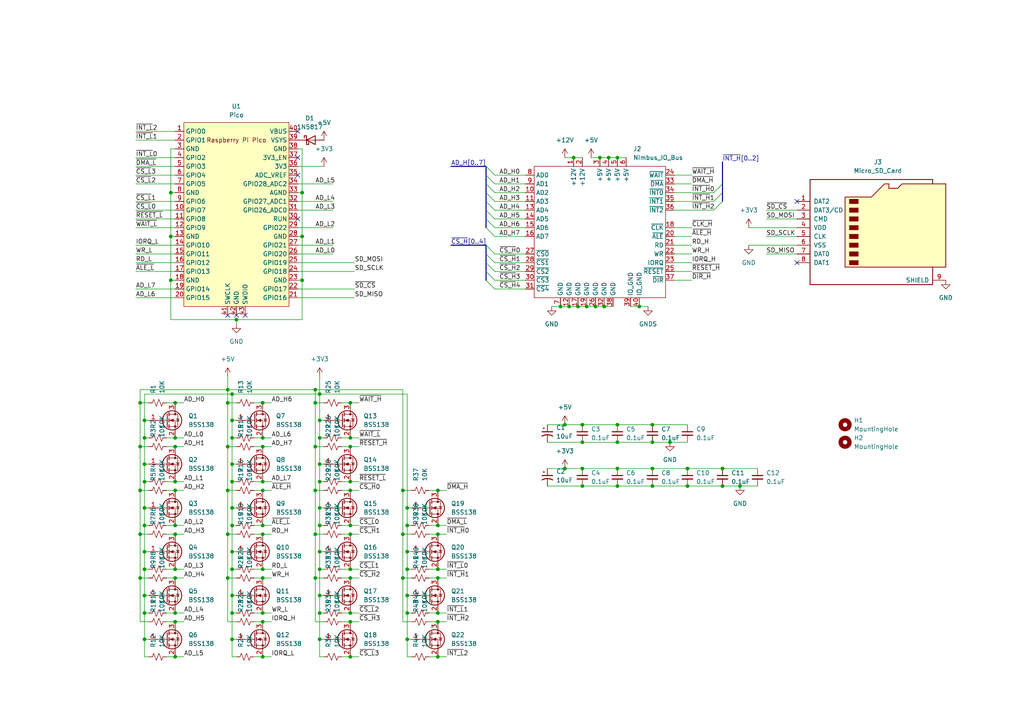
<source format=kicad_sch>
(kicad_sch (version 20211123) (generator eeschema)
  (paper "A4")
  (junction (at 50.8 129.54))
  (junction (at 66.04 154.94))
  (junction (at 92.71 165.1))
  (junction (at 118.11 147.32))
  (junction (at 67.31 177.8))
  (junction (at 172.72 88.9))
  (junction (at 41.91 127))
  (junction (at 101.6 177.8))
  (junction (at 67.31 152.4))
  (junction (at 87.63 81.28))
  (junction (at 92.71 127))
  (junction (at 214.63 140.97))
  (junction (at 185.42 88.9))
  (junction (at 118.11 165.1))
  (junction (at 127 167.64))
  (junction (at 116.84 154.94))
  (junction (at 92.71 121.92))
  (junction (at 50.8 180.34))
  (junction (at 101.6 127))
  (junction (at 127 177.8))
  (junction (at 92.71 160.02))
  (junction (at 41.91 172.72))
  (junction (at 76.2 139.7))
  (junction (at 168.91 123.19))
  (junction (at 41.91 160.02))
  (junction (at 165.1 88.9))
  (junction (at 92.71 185.42))
  (junction (at 101.6 165.1))
  (junction (at 189.23 128.27))
  (junction (at 189.23 135.89))
  (junction (at 166.37 45.72))
  (junction (at 40.64 129.54))
  (junction (at 179.07 128.27))
  (junction (at 66.04 116.84))
  (junction (at 92.71 139.7))
  (junction (at 66.04 142.24))
  (junction (at 118.11 152.4))
  (junction (at 67.31 127))
  (junction (at 170.18 88.9))
  (junction (at 179.07 140.97))
  (junction (at 91.44 154.94))
  (junction (at 116.84 167.64))
  (junction (at 49.53 68.58))
  (junction (at 66.04 129.54))
  (junction (at 67.31 172.72))
  (junction (at 118.11 172.72))
  (junction (at 199.39 140.97))
  (junction (at 179.07 135.89))
  (junction (at 173.99 45.72))
  (junction (at 67.31 114.3))
  (junction (at 76.2 180.34))
  (junction (at 50.8 190.5))
  (junction (at 76.2 127))
  (junction (at 163.83 123.19))
  (junction (at 76.2 165.1))
  (junction (at 91.44 167.64))
  (junction (at 67.31 165.1))
  (junction (at 163.83 135.89))
  (junction (at 76.2 116.84))
  (junction (at 101.6 129.54))
  (junction (at 76.2 177.8))
  (junction (at 176.53 45.72))
  (junction (at 168.91 128.27))
  (junction (at 92.71 114.3))
  (junction (at 76.2 129.54))
  (junction (at 67.31 134.62))
  (junction (at 199.39 135.89))
  (junction (at 41.91 139.7))
  (junction (at 127 152.4))
  (junction (at 40.64 154.94))
  (junction (at 49.53 81.28))
  (junction (at 168.91 135.89))
  (junction (at 127 180.34))
  (junction (at 67.31 185.42))
  (junction (at 127 190.5))
  (junction (at 101.6 190.5))
  (junction (at 101.6 154.94))
  (junction (at 40.64 142.24))
  (junction (at 40.64 167.64))
  (junction (at 76.2 152.4))
  (junction (at 50.8 116.84))
  (junction (at 92.71 147.32))
  (junction (at 41.91 185.42))
  (junction (at 91.44 142.24))
  (junction (at 91.44 116.84))
  (junction (at 179.07 45.72))
  (junction (at 127 142.24))
  (junction (at 101.6 142.24))
  (junction (at 127 154.94))
  (junction (at 76.2 190.5))
  (junction (at 116.84 142.24))
  (junction (at 92.71 134.62))
  (junction (at 91.44 129.54))
  (junction (at 87.63 55.88))
  (junction (at 189.23 140.97))
  (junction (at 118.11 185.42))
  (junction (at 41.91 177.8))
  (junction (at 50.8 154.94))
  (junction (at 91.44 113.03))
  (junction (at 92.71 177.8))
  (junction (at 127 165.1))
  (junction (at 101.6 116.84))
  (junction (at 92.71 172.72))
  (junction (at 189.23 123.19))
  (junction (at 76.2 154.94))
  (junction (at 50.8 152.4))
  (junction (at 50.8 167.64))
  (junction (at 41.91 152.4))
  (junction (at 50.8 139.7))
  (junction (at 168.91 140.97))
  (junction (at 49.53 55.88))
  (junction (at 41.91 134.62))
  (junction (at 194.31 128.27))
  (junction (at 68.58 92.71))
  (junction (at 67.31 139.7))
  (junction (at 50.8 177.8))
  (junction (at 118.11 160.02))
  (junction (at 50.8 142.24))
  (junction (at 66.04 167.64))
  (junction (at 101.6 152.4))
  (junction (at 41.91 147.32))
  (junction (at 179.07 123.19))
  (junction (at 209.55 135.89))
  (junction (at 67.31 121.92))
  (junction (at 167.64 88.9))
  (junction (at 76.2 142.24))
  (junction (at 67.31 147.32))
  (junction (at 92.71 152.4))
  (junction (at 76.2 167.64))
  (junction (at 118.11 177.8))
  (junction (at 41.91 121.92))
  (junction (at 101.6 180.34))
  (junction (at 101.6 139.7))
  (junction (at 40.64 116.84))
  (junction (at 50.8 165.1))
  (junction (at 41.91 165.1))
  (junction (at 175.26 88.9))
  (junction (at 67.31 160.02))
  (junction (at 87.63 68.58))
  (junction (at 66.04 113.03))
  (junction (at 50.8 127))
  (junction (at 162.56 88.9))
  (junction (at 101.6 167.64))
  (junction (at 209.55 140.97))
  (no_connect (at 66.04 91.44))
  (no_connect (at 68.58 91.44))
  (no_connect (at 71.12 91.44))
  (no_connect (at 86.36 63.5))
  (no_connect (at 86.36 38.1))
  (no_connect (at 86.36 45.72))
  (no_connect (at 86.36 50.8))
  (no_connect (at 231.14 76.2))
  (no_connect (at 231.14 58.42))
  (bus_entry (at 209.55 58.42) (size -2.54 2.54))
  (bus_entry (at 140.97 76.2) (size 2.54 2.54))
  (bus_entry (at 140.97 53.34) (size 2.54 2.54))
  (bus_entry (at 140.97 50.8) (size 2.54 2.54))
  (bus_entry (at 140.97 81.28) (size 2.54 2.54))
  (bus_entry (at 140.97 63.5) (size 2.54 2.54))
  (bus_entry (at 140.97 71.12) (size 2.54 2.54))
  (bus_entry (at 140.97 78.74) (size 2.54 2.54))
  (bus_entry (at 209.55 55.88) (size -2.54 2.54))
  (bus_entry (at 140.97 73.66) (size 2.54 2.54))
  (bus_entry (at 140.97 58.42) (size 2.54 2.54))
  (bus_entry (at 140.97 66.04) (size 2.54 2.54))
  (bus_entry (at 140.97 55.88) (size 2.54 2.54))
  (bus_entry (at 209.55 53.34) (size -2.54 2.54))
  (bus_entry (at 140.97 48.26) (size 2.54 2.54))
  (bus_entry (at 140.97 60.96) (size 2.54 2.54))
  (wire (pts (xy 168.91 123.19) (xy 179.07 123.19)))
  (wire (pts (xy 41.91 172.72) (xy 43.18 172.72)))
  (wire (pts (xy 41.91 147.32) (xy 43.18 147.32)))
  (wire (pts (xy 116.84 142.24) (xy 119.38 142.24)))
  (bus (pts (xy 140.97 55.88) (xy 140.97 58.42)))
  (wire (pts (xy 40.64 180.34) (xy 40.64 167.64)))
  (wire (pts (xy 116.84 113.03) (xy 116.84 142.24)))
  (wire (pts (xy 49.53 81.28) (xy 50.8 81.28)))
  (wire (pts (xy 40.64 116.84) (xy 43.18 116.84)))
  (wire (pts (xy 50.8 165.1) (xy 53.34 165.1)))
  (bus (pts (xy 140.97 48.26) (xy 140.97 50.8)))
  (wire (pts (xy 195.58 68.58) (xy 200.66 68.58)))
  (wire (pts (xy 49.53 81.28) (xy 49.53 92.71)))
  (wire (pts (xy 92.71 165.1) (xy 93.98 165.1)))
  (wire (pts (xy 214.63 140.97) (xy 219.71 140.97)))
  (wire (pts (xy 92.71 172.72) (xy 92.71 165.1)))
  (wire (pts (xy 195.58 58.42) (xy 207.01 58.42)))
  (wire (pts (xy 143.51 50.8) (xy 152.4 50.8)))
  (wire (pts (xy 41.91 127) (xy 43.18 127)))
  (wire (pts (xy 67.31 127) (xy 68.58 127)))
  (wire (pts (xy 127 142.24) (xy 129.54 142.24)))
  (wire (pts (xy 158.75 140.97) (xy 168.91 140.97)))
  (wire (pts (xy 86.36 73.66) (xy 96.52 73.66)))
  (wire (pts (xy 91.44 142.24) (xy 93.98 142.24)))
  (wire (pts (xy 92.71 160.02) (xy 92.71 152.4)))
  (wire (pts (xy 40.64 154.94) (xy 40.64 142.24)))
  (wire (pts (xy 158.75 135.89) (xy 163.83 135.89)))
  (wire (pts (xy 118.11 177.8) (xy 119.38 177.8)))
  (wire (pts (xy 41.91 134.62) (xy 43.18 134.62)))
  (wire (pts (xy 143.51 76.2) (xy 152.4 76.2)))
  (wire (pts (xy 39.37 76.2) (xy 50.8 76.2)))
  (wire (pts (xy 86.36 48.26) (xy 93.98 48.26)))
  (wire (pts (xy 101.6 139.7) (xy 104.14 139.7)))
  (wire (pts (xy 143.51 68.58) (xy 152.4 68.58)))
  (wire (pts (xy 50.8 139.7) (xy 53.34 139.7)))
  (wire (pts (xy 91.44 167.64) (xy 91.44 154.94)))
  (wire (pts (xy 116.84 180.34) (xy 119.38 180.34)))
  (wire (pts (xy 127 177.8) (xy 129.54 177.8)))
  (wire (pts (xy 92.71 185.42) (xy 93.98 185.42)))
  (wire (pts (xy 118.11 160.02) (xy 118.11 165.1)))
  (bus (pts (xy 140.97 53.34) (xy 140.97 55.88)))
  (wire (pts (xy 99.06 177.8) (xy 101.6 177.8)))
  (wire (pts (xy 67.31 134.62) (xy 67.31 127)))
  (wire (pts (xy 189.23 123.19) (xy 199.39 123.19)))
  (wire (pts (xy 86.36 53.34) (xy 96.52 53.34)))
  (wire (pts (xy 91.44 113.03) (xy 116.84 113.03)))
  (wire (pts (xy 195.58 55.88) (xy 207.01 55.88)))
  (wire (pts (xy 175.26 88.9) (xy 177.8 88.9)))
  (wire (pts (xy 87.63 92.71) (xy 87.63 81.28)))
  (wire (pts (xy 67.31 165.1) (xy 67.31 160.02)))
  (wire (pts (xy 73.66 167.64) (xy 76.2 167.64)))
  (wire (pts (xy 50.8 142.24) (xy 53.34 142.24)))
  (wire (pts (xy 99.06 127) (xy 101.6 127)))
  (wire (pts (xy 99.06 167.64) (xy 101.6 167.64)))
  (wire (pts (xy 179.07 140.97) (xy 189.23 140.97)))
  (wire (pts (xy 49.53 55.88) (xy 49.53 68.58)))
  (wire (pts (xy 171.45 45.72) (xy 173.99 45.72)))
  (wire (pts (xy 76.2 152.4) (xy 78.74 152.4)))
  (wire (pts (xy 158.75 123.19) (xy 163.83 123.19)))
  (wire (pts (xy 199.39 135.89) (xy 209.55 135.89)))
  (wire (pts (xy 127 152.4) (xy 129.54 152.4)))
  (wire (pts (xy 40.64 180.34) (xy 43.18 180.34)))
  (wire (pts (xy 86.36 86.36) (xy 102.87 86.36)))
  (wire (pts (xy 92.71 190.5) (xy 92.71 185.42)))
  (wire (pts (xy 66.04 154.94) (xy 66.04 167.64)))
  (wire (pts (xy 185.42 88.9) (xy 187.96 88.9)))
  (wire (pts (xy 118.11 185.42) (xy 119.38 185.42)))
  (wire (pts (xy 143.51 63.5) (xy 152.4 63.5)))
  (wire (pts (xy 92.71 121.92) (xy 92.71 114.3)))
  (wire (pts (xy 143.51 53.34) (xy 152.4 53.34)))
  (wire (pts (xy 41.91 160.02) (xy 41.91 152.4)))
  (wire (pts (xy 92.71 121.92) (xy 93.98 121.92)))
  (wire (pts (xy 67.31 177.8) (xy 67.31 172.72)))
  (wire (pts (xy 76.2 165.1) (xy 78.74 165.1)))
  (wire (pts (xy 127 154.94) (xy 129.54 154.94)))
  (wire (pts (xy 49.53 55.88) (xy 50.8 55.88)))
  (wire (pts (xy 99.06 154.94) (xy 101.6 154.94)))
  (wire (pts (xy 222.25 60.96) (xy 231.14 60.96)))
  (bus (pts (xy 140.97 73.66) (xy 140.97 76.2)))
  (wire (pts (xy 39.37 73.66) (xy 50.8 73.66)))
  (bus (pts (xy 209.55 46.99) (xy 209.55 53.34)))
  (wire (pts (xy 40.64 129.54) (xy 43.18 129.54)))
  (wire (pts (xy 73.66 127) (xy 76.2 127)))
  (bus (pts (xy 130.81 71.12) (xy 140.97 71.12)))
  (wire (pts (xy 162.56 88.9) (xy 165.1 88.9)))
  (wire (pts (xy 67.31 190.5) (xy 67.31 185.42)))
  (wire (pts (xy 67.31 139.7) (xy 67.31 134.62)))
  (wire (pts (xy 163.83 135.89) (xy 168.91 135.89)))
  (wire (pts (xy 66.04 109.22) (xy 66.04 113.03)))
  (wire (pts (xy 92.71 127) (xy 92.71 121.92)))
  (wire (pts (xy 182.88 88.9) (xy 185.42 88.9)))
  (wire (pts (xy 39.37 66.04) (xy 50.8 66.04)))
  (wire (pts (xy 50.8 180.34) (xy 53.34 180.34)))
  (wire (pts (xy 41.91 177.8) (xy 43.18 177.8)))
  (wire (pts (xy 101.6 177.8) (xy 104.14 177.8)))
  (wire (pts (xy 67.31 121.92) (xy 68.58 121.92)))
  (wire (pts (xy 66.04 167.64) (xy 68.58 167.64)))
  (wire (pts (xy 76.2 142.24) (xy 78.74 142.24)))
  (wire (pts (xy 41.91 185.42) (xy 43.18 185.42)))
  (wire (pts (xy 86.36 71.12) (xy 96.52 71.12)))
  (wire (pts (xy 124.46 177.8) (xy 127 177.8)))
  (wire (pts (xy 168.91 135.89) (xy 179.07 135.89)))
  (wire (pts (xy 41.91 121.92) (xy 41.91 114.3)))
  (wire (pts (xy 101.6 152.4) (xy 104.14 152.4)))
  (wire (pts (xy 127 167.64) (xy 129.54 167.64)))
  (wire (pts (xy 189.23 135.89) (xy 199.39 135.89)))
  (wire (pts (xy 73.66 190.5) (xy 76.2 190.5)))
  (wire (pts (xy 118.11 172.72) (xy 119.38 172.72)))
  (wire (pts (xy 118.11 114.3) (xy 118.11 147.32)))
  (wire (pts (xy 92.71 147.32) (xy 93.98 147.32)))
  (wire (pts (xy 189.23 128.27) (xy 194.31 128.27)))
  (wire (pts (xy 91.44 154.94) (xy 91.44 142.24)))
  (wire (pts (xy 143.51 66.04) (xy 152.4 66.04)))
  (wire (pts (xy 48.26 154.94) (xy 50.8 154.94)))
  (wire (pts (xy 67.31 160.02) (xy 67.31 152.4)))
  (wire (pts (xy 99.06 139.7) (xy 101.6 139.7)))
  (wire (pts (xy 41.91 114.3) (xy 67.31 114.3)))
  (wire (pts (xy 73.66 129.54) (xy 76.2 129.54)))
  (wire (pts (xy 101.6 129.54) (xy 104.14 129.54)))
  (wire (pts (xy 99.06 129.54) (xy 101.6 129.54)))
  (wire (pts (xy 195.58 50.8) (xy 200.66 50.8)))
  (wire (pts (xy 217.17 66.04) (xy 231.14 66.04)))
  (wire (pts (xy 92.71 109.22) (xy 92.71 114.3)))
  (wire (pts (xy 91.44 154.94) (xy 93.98 154.94)))
  (wire (pts (xy 76.2 177.8) (xy 78.74 177.8)))
  (wire (pts (xy 93.98 190.5) (xy 92.71 190.5)))
  (wire (pts (xy 127 190.5) (xy 129.54 190.5)))
  (wire (pts (xy 76.2 190.5) (xy 78.74 190.5)))
  (wire (pts (xy 39.37 38.1) (xy 50.8 38.1)))
  (wire (pts (xy 118.11 152.4) (xy 119.38 152.4)))
  (wire (pts (xy 92.71 127) (xy 93.98 127)))
  (wire (pts (xy 92.71 139.7) (xy 93.98 139.7)))
  (wire (pts (xy 67.31 147.32) (xy 68.58 147.32)))
  (wire (pts (xy 67.31 185.42) (xy 68.58 185.42)))
  (wire (pts (xy 48.26 190.5) (xy 50.8 190.5)))
  (wire (pts (xy 179.07 123.19) (xy 189.23 123.19)))
  (wire (pts (xy 118.11 147.32) (xy 118.11 152.4)))
  (wire (pts (xy 66.04 129.54) (xy 68.58 129.54)))
  (wire (pts (xy 118.11 165.1) (xy 118.11 172.72)))
  (wire (pts (xy 116.84 142.24) (xy 116.84 154.94)))
  (wire (pts (xy 66.04 116.84) (xy 68.58 116.84)))
  (wire (pts (xy 179.07 45.72) (xy 181.61 45.72)))
  (wire (pts (xy 195.58 71.12) (xy 200.66 71.12)))
  (wire (pts (xy 41.91 165.1) (xy 43.18 165.1)))
  (wire (pts (xy 118.11 152.4) (xy 118.11 160.02)))
  (bus (pts (xy 130.81 48.26) (xy 140.97 48.26)))
  (wire (pts (xy 101.6 190.5) (xy 104.14 190.5)))
  (wire (pts (xy 49.53 68.58) (xy 49.53 81.28)))
  (wire (pts (xy 143.51 55.88) (xy 152.4 55.88)))
  (wire (pts (xy 91.44 142.24) (xy 91.44 129.54)))
  (wire (pts (xy 66.04 116.84) (xy 66.04 129.54)))
  (wire (pts (xy 101.6 127) (xy 104.14 127)))
  (wire (pts (xy 67.31 139.7) (xy 68.58 139.7)))
  (wire (pts (xy 73.66 139.7) (xy 76.2 139.7)))
  (bus (pts (xy 140.97 63.5) (xy 140.97 66.04)))
  (wire (pts (xy 166.37 45.72) (xy 168.91 45.72)))
  (wire (pts (xy 40.64 142.24) (xy 40.64 129.54)))
  (wire (pts (xy 76.2 180.34) (xy 78.74 180.34)))
  (wire (pts (xy 195.58 73.66) (xy 200.66 73.66)))
  (wire (pts (xy 67.31 165.1) (xy 68.58 165.1)))
  (wire (pts (xy 92.71 114.3) (xy 118.11 114.3)))
  (wire (pts (xy 39.37 48.26) (xy 50.8 48.26)))
  (wire (pts (xy 124.46 190.5) (xy 127 190.5)))
  (wire (pts (xy 66.04 154.94) (xy 68.58 154.94)))
  (wire (pts (xy 124.46 142.24) (xy 127 142.24)))
  (wire (pts (xy 116.84 154.94) (xy 119.38 154.94)))
  (wire (pts (xy 167.64 88.9) (xy 170.18 88.9)))
  (wire (pts (xy 116.84 167.64) (xy 119.38 167.64)))
  (wire (pts (xy 118.11 165.1) (xy 119.38 165.1)))
  (wire (pts (xy 40.64 113.03) (xy 66.04 113.03)))
  (wire (pts (xy 40.64 142.24) (xy 43.18 142.24)))
  (wire (pts (xy 222.25 73.66) (xy 231.14 73.66)))
  (wire (pts (xy 195.58 53.34) (xy 200.66 53.34)))
  (wire (pts (xy 67.31 177.8) (xy 68.58 177.8)))
  (wire (pts (xy 73.66 154.94) (xy 76.2 154.94)))
  (wire (pts (xy 99.06 190.5) (xy 101.6 190.5)))
  (wire (pts (xy 48.26 165.1) (xy 50.8 165.1)))
  (wire (pts (xy 92.71 165.1) (xy 92.71 160.02)))
  (wire (pts (xy 163.83 123.19) (xy 168.91 123.19)))
  (wire (pts (xy 86.36 66.04) (xy 96.52 66.04)))
  (wire (pts (xy 73.66 142.24) (xy 76.2 142.24)))
  (wire (pts (xy 40.64 167.64) (xy 43.18 167.64)))
  (wire (pts (xy 66.04 142.24) (xy 68.58 142.24)))
  (wire (pts (xy 48.26 127) (xy 50.8 127)))
  (wire (pts (xy 67.31 121.92) (xy 67.31 114.3)))
  (wire (pts (xy 116.84 167.64) (xy 116.84 180.34)))
  (wire (pts (xy 124.46 167.64) (xy 127 167.64)))
  (wire (pts (xy 92.71 152.4) (xy 92.71 147.32)))
  (wire (pts (xy 39.37 50.8) (xy 50.8 50.8)))
  (wire (pts (xy 91.44 116.84) (xy 93.98 116.84)))
  (wire (pts (xy 76.2 129.54) (xy 78.74 129.54)))
  (wire (pts (xy 87.63 68.58) (xy 87.63 55.88)))
  (wire (pts (xy 101.6 167.64) (xy 104.14 167.64)))
  (wire (pts (xy 67.31 172.72) (xy 68.58 172.72)))
  (wire (pts (xy 67.31 185.42) (xy 67.31 177.8)))
  (wire (pts (xy 86.36 60.96) (xy 96.52 60.96)))
  (wire (pts (xy 50.8 43.18) (xy 49.53 43.18)))
  (wire (pts (xy 116.84 154.94) (xy 116.84 167.64)))
  (wire (pts (xy 49.53 43.18) (xy 49.53 55.88)))
  (wire (pts (xy 48.26 152.4) (xy 50.8 152.4)))
  (wire (pts (xy 41.91 165.1) (xy 41.91 160.02)))
  (wire (pts (xy 118.11 160.02) (xy 119.38 160.02)))
  (wire (pts (xy 67.31 134.62) (xy 68.58 134.62)))
  (wire (pts (xy 179.07 128.27) (xy 189.23 128.27)))
  (wire (pts (xy 86.36 55.88) (xy 87.63 55.88)))
  (bus (pts (xy 140.97 50.8) (xy 140.97 53.34)))
  (wire (pts (xy 49.53 68.58) (xy 50.8 68.58)))
  (wire (pts (xy 92.71 139.7) (xy 92.71 134.62)))
  (wire (pts (xy 143.51 83.82) (xy 152.4 83.82)))
  (wire (pts (xy 40.64 154.94) (xy 43.18 154.94)))
  (wire (pts (xy 67.31 147.32) (xy 67.31 139.7)))
  (wire (pts (xy 92.71 134.62) (xy 93.98 134.62)))
  (wire (pts (xy 222.25 68.58) (xy 231.14 68.58)))
  (wire (pts (xy 67.31 127) (xy 67.31 121.92)))
  (wire (pts (xy 39.37 40.64) (xy 50.8 40.64)))
  (wire (pts (xy 41.91 172.72) (xy 41.91 165.1)))
  (wire (pts (xy 92.71 185.42) (xy 92.71 177.8)))
  (wire (pts (xy 48.26 177.8) (xy 50.8 177.8)))
  (wire (pts (xy 40.64 129.54) (xy 40.64 116.84)))
  (wire (pts (xy 50.8 129.54) (xy 53.34 129.54)))
  (wire (pts (xy 99.06 165.1) (xy 101.6 165.1)))
  (wire (pts (xy 41.91 139.7) (xy 41.91 134.62)))
  (wire (pts (xy 41.91 139.7) (xy 43.18 139.7)))
  (wire (pts (xy 93.98 180.34) (xy 91.44 180.34)))
  (wire (pts (xy 66.04 142.24) (xy 66.04 154.94)))
  (wire (pts (xy 118.11 147.32) (xy 119.38 147.32)))
  (wire (pts (xy 87.63 43.18) (xy 86.36 43.18)))
  (wire (pts (xy 39.37 78.74) (xy 50.8 78.74)))
  (wire (pts (xy 73.66 116.84) (xy 76.2 116.84)))
  (wire (pts (xy 39.37 58.42) (xy 50.8 58.42)))
  (wire (pts (xy 127 165.1) (xy 129.54 165.1)))
  (wire (pts (xy 165.1 88.9) (xy 167.64 88.9)))
  (wire (pts (xy 76.2 139.7) (xy 78.74 139.7)))
  (wire (pts (xy 50.8 152.4) (xy 53.34 152.4)))
  (wire (pts (xy 43.18 190.5) (xy 41.91 190.5)))
  (wire (pts (xy 66.04 113.03) (xy 91.44 113.03)))
  (wire (pts (xy 50.8 127) (xy 53.34 127)))
  (wire (pts (xy 209.55 140.97) (xy 214.63 140.97)))
  (wire (pts (xy 118.11 177.8) (xy 118.11 185.42)))
  (wire (pts (xy 68.58 92.71) (xy 87.63 92.71)))
  (wire (pts (xy 168.91 128.27) (xy 179.07 128.27)))
  (bus (pts (xy 140.97 60.96) (xy 140.97 63.5)))
  (wire (pts (xy 48.26 142.24) (xy 50.8 142.24)))
  (bus (pts (xy 140.97 78.74) (xy 140.97 81.28)))
  (wire (pts (xy 158.75 128.27) (xy 168.91 128.27)))
  (wire (pts (xy 87.63 55.88) (xy 87.63 43.18)))
  (wire (pts (xy 91.44 167.64) (xy 93.98 167.64)))
  (wire (pts (xy 49.53 92.71) (xy 68.58 92.71)))
  (wire (pts (xy 73.66 180.34) (xy 76.2 180.34)))
  (wire (pts (xy 101.6 116.84) (xy 104.14 116.84)))
  (wire (pts (xy 48.26 167.64) (xy 50.8 167.64)))
  (wire (pts (xy 48.26 129.54) (xy 50.8 129.54)))
  (wire (pts (xy 143.51 81.28) (xy 152.4 81.28)))
  (wire (pts (xy 50.8 154.94) (xy 53.34 154.94)))
  (bus (pts (xy 140.97 76.2) (xy 140.97 78.74)))
  (wire (pts (xy 67.31 152.4) (xy 67.31 147.32)))
  (bus (pts (xy 140.97 58.42) (xy 140.97 60.96)))
  (wire (pts (xy 143.51 58.42) (xy 152.4 58.42)))
  (wire (pts (xy 67.31 160.02) (xy 68.58 160.02)))
  (wire (pts (xy 48.26 180.34) (xy 50.8 180.34)))
  (wire (pts (xy 48.26 139.7) (xy 50.8 139.7)))
  (wire (pts (xy 127 180.34) (xy 129.54 180.34)))
  (wire (pts (xy 50.8 190.5) (xy 53.34 190.5)))
  (wire (pts (xy 39.37 53.34) (xy 50.8 53.34)))
  (wire (pts (xy 40.64 116.84) (xy 40.64 113.03)))
  (wire (pts (xy 195.58 78.74) (xy 200.66 78.74)))
  (wire (pts (xy 101.6 142.24) (xy 104.14 142.24)))
  (wire (pts (xy 92.71 147.32) (xy 92.71 139.7)))
  (wire (pts (xy 195.58 60.96) (xy 207.01 60.96)))
  (wire (pts (xy 143.51 73.66) (xy 152.4 73.66)))
  (wire (pts (xy 92.71 177.8) (xy 92.71 172.72)))
  (wire (pts (xy 99.06 152.4) (xy 101.6 152.4)))
  (wire (pts (xy 68.58 180.34) (xy 66.04 180.34)))
  (wire (pts (xy 41.91 177.8) (xy 41.91 172.72)))
  (wire (pts (xy 39.37 63.5) (xy 50.8 63.5)))
  (wire (pts (xy 143.51 60.96) (xy 152.4 60.96)))
  (wire (pts (xy 41.91 185.42) (xy 41.91 177.8)))
  (wire (pts (xy 92.71 160.02) (xy 93.98 160.02)))
  (wire (pts (xy 39.37 83.82) (xy 50.8 83.82)))
  (wire (pts (xy 87.63 81.28) (xy 87.63 68.58)))
  (wire (pts (xy 41.91 152.4) (xy 41.91 147.32)))
  (wire (pts (xy 86.36 58.42) (xy 96.52 58.42)))
  (wire (pts (xy 86.36 76.2) (xy 102.87 76.2)))
  (wire (pts (xy 99.06 142.24) (xy 101.6 142.24)))
  (wire (pts (xy 73.66 152.4) (xy 76.2 152.4)))
  (wire (pts (xy 101.6 154.94) (xy 104.14 154.94)))
  (wire (pts (xy 91.44 116.84) (xy 91.44 113.03)))
  (wire (pts (xy 67.31 172.72) (xy 67.31 165.1)))
  (wire (pts (xy 143.51 78.74) (xy 152.4 78.74)))
  (wire (pts (xy 68.58 92.71) (xy 68.58 93.98)))
  (wire (pts (xy 209.55 135.89) (xy 219.71 135.89)))
  (wire (pts (xy 86.36 78.74) (xy 102.87 78.74)))
  (wire (pts (xy 86.36 81.28) (xy 87.63 81.28)))
  (wire (pts (xy 222.25 63.5) (xy 231.14 63.5)))
  (wire (pts (xy 76.2 167.64) (xy 78.74 167.64)))
  (wire (pts (xy 41.91 147.32) (xy 41.91 139.7)))
  (wire (pts (xy 39.37 71.12) (xy 50.8 71.12)))
  (wire (pts (xy 99.06 116.84) (xy 101.6 116.84)))
  (wire (pts (xy 124.46 152.4) (xy 127 152.4)))
  (wire (pts (xy 73.66 177.8) (xy 76.2 177.8)))
  (wire (pts (xy 41.91 134.62) (xy 41.91 127)))
  (wire (pts (xy 91.44 129.54) (xy 91.44 116.84)))
  (wire (pts (xy 92.71 134.62) (xy 92.71 127)))
  (wire (pts (xy 41.91 190.5) (xy 41.91 185.42)))
  (wire (pts (xy 66.04 129.54) (xy 66.04 142.24)))
  (wire (pts (xy 48.26 116.84) (xy 50.8 116.84)))
  (wire (pts (xy 76.2 127) (xy 78.74 127)))
  (wire (pts (xy 101.6 165.1) (xy 104.14 165.1)))
  (bus (pts (xy 140.97 71.12) (xy 140.97 73.66)))
  (wire (pts (xy 41.91 127) (xy 41.91 121.92)))
  (wire (pts (xy 40.64 167.64) (xy 40.64 154.94)))
  (wire (pts (xy 195.58 76.2) (xy 200.66 76.2)))
  (wire (pts (xy 189.23 140.97) (xy 199.39 140.97)))
  (wire (pts (xy 160.02 88.9) (xy 162.56 88.9)))
  (wire (pts (xy 118.11 172.72) (xy 118.11 177.8)))
  (wire (pts (xy 50.8 167.64) (xy 53.34 167.64)))
  (wire (pts (xy 66.04 113.03) (xy 66.04 116.84)))
  (wire (pts (xy 39.37 86.36) (xy 50.8 86.36)))
  (wire (pts (xy 170.18 88.9) (xy 172.72 88.9)))
  (wire (pts (xy 76.2 154.94) (xy 78.74 154.94)))
  (wire (pts (xy 124.46 165.1) (xy 127 165.1)))
  (wire (pts (xy 173.99 45.72) (xy 176.53 45.72)))
  (wire (pts (xy 168.91 140.97) (xy 179.07 140.97)))
  (wire (pts (xy 67.31 152.4) (xy 68.58 152.4)))
  (wire (pts (xy 92.71 172.72) (xy 93.98 172.72)))
  (wire (pts (xy 41.91 152.4) (xy 43.18 152.4)))
  (wire (pts (xy 39.37 45.72) (xy 50.8 45.72)))
  (wire (pts (xy 195.58 66.04) (xy 200.66 66.04)))
  (wire (pts (xy 172.72 88.9) (xy 175.26 88.9)))
  (wire (pts (xy 67.31 114.3) (xy 92.71 114.3)))
  (wire (pts (xy 118.11 190.5) (xy 119.38 190.5)))
  (wire (pts (xy 41.91 160.02) (xy 43.18 160.02)))
  (bus (pts (xy 209.55 55.88) (xy 209.55 58.42)))
  (wire (pts (xy 50.8 177.8) (xy 53.34 177.8)))
  (wire (pts (xy 92.71 152.4) (xy 93.98 152.4)))
  (wire (pts (xy 101.6 180.34) (xy 104.14 180.34)))
  (wire (pts (xy 199.39 140.97) (xy 209.55 140.97)))
  (wire (pts (xy 217.17 71.12) (xy 231.14 71.12)))
  (wire (pts (xy 86.36 68.58) (xy 87.63 68.58)))
  (wire (pts (xy 176.53 45.72) (xy 179.07 45.72)))
  (wire (pts (xy 91.44 129.54) (xy 93.98 129.54)))
  (wire (pts (xy 179.07 135.89) (xy 189.23 135.89)))
  (wire (pts (xy 163.83 45.72) (xy 166.37 45.72)))
  (wire (pts (xy 68.58 190.5) (xy 67.31 190.5)))
  (wire (pts (xy 194.31 128.27) (xy 199.39 128.27)))
  (wire (pts (xy 73.66 165.1) (xy 76.2 165.1)))
  (wire (pts (xy 91.44 180.34) (xy 91.44 167.64)))
  (wire (pts (xy 39.37 60.96) (xy 50.8 60.96)))
  (wire (pts (xy 99.06 180.34) (xy 101.6 180.34)))
  (wire (pts (xy 66.04 167.64) (xy 66.04 180.34)))
  (wire (pts (xy 92.71 177.8) (xy 93.98 177.8)))
  (bus (pts (xy 209.55 53.34) (xy 209.55 55.88)))
  (wire (pts (xy 41.91 121.92) (xy 43.18 121.92)))
  (wire (pts (xy 124.46 180.34) (xy 127 180.34)))
  (wire (pts (xy 124.46 154.94) (xy 127 154.94)))
  (wire (pts (xy 86.36 83.82) (xy 102.87 83.82)))
  (wire (pts (xy 76.2 116.84) (xy 78.74 116.84)))
  (wire (pts (xy 118.11 185.42) (xy 118.11 190.5)))
  (wire (pts (xy 195.58 81.28) (xy 200.66 81.28)))
  (wire (pts (xy 50.8 116.84) (xy 53.34 116.84)))
  (label "AD_L3" (at 53.34 165.1 0))
  (label "WR_H" (at 200.66 73.66 0))
  (label "~{INT_L}0" (at 129.54 165.1 0))
  (label "~{WAIT_L}" (at 39.37 66.04 0))
  (label "~{INT_H}1" (at 129.54 167.64 0))
  (label "~{CS_L}1" (at 39.37 58.42 0))
  (label "~{ALE_H}" (at 200.66 68.58 0))
  (label "SD_SCLK" (at 222.25 68.58 0))
  (label "~{SD_CS}" (at 102.87 83.82 0))
  (label "IORQ_H" (at 200.66 76.2 0))
  (label "SD_MISO" (at 102.87 86.36 0))
  (label "AD_L1" (at 53.34 139.7 0))
  (label "~{INT_L}1" (at 129.54 177.8 0))
  (label "AD_H7" (at 144.78 68.58 0))
  (label "~{INT_L}0" (at 39.37 45.72 0))
  (label "~{DMA_L}" (at 129.54 152.4 0))
  (label "AD_H5" (at 144.78 63.5 0))
  (label "AD_L6" (at 78.74 127 0))
  (label "AD_L4" (at 53.34 177.8 0))
  (label "~{INT_H}0" (at 200.66 55.88 0))
  (label "~{CS_L}2" (at 104.14 177.8 0))
  (label "~{CS_H}0" (at 144.78 73.66 0))
  (label "~{CS_L}0" (at 104.14 152.4 0))
  (label "~{CS_L}1" (at 104.14 165.1 0))
  (label "AD_L2" (at 91.44 66.04 0))
  (label "~{INT_L}2" (at 129.54 190.5 0))
  (label "~{INT_L}1" (at 39.37 40.64 0))
  (label "~{ALE_L}" (at 39.37 78.74 0))
  (label "~{INT_H}[0..2]" (at 209.55 46.99 0))
  (label "AD_H2" (at 144.78 55.88 0))
  (label "AD_L1" (at 91.44 71.12 0))
  (label "~{INT_L}2" (at 39.37 38.1 0))
  (label "AD_H7" (at 78.74 129.54 0))
  (label "AD_L7" (at 78.74 139.7 0))
  (label "RD_H" (at 78.74 154.94 0))
  (label "~{CS_H}1" (at 104.14 154.94 0))
  (label "AD_L4" (at 91.44 58.42 0))
  (label "~{ALE_L}" (at 78.74 152.4 0))
  (label "AD_H3" (at 53.34 154.94 0))
  (label "~{DMA_L}" (at 39.37 48.26 0))
  (label "AD_H4" (at 144.78 60.96 0))
  (label "AD_H6" (at 144.78 66.04 0))
  (label "~{INT_H}2" (at 129.54 180.34 0))
  (label "AD_L6" (at 39.37 86.36 0))
  (label "SD_MISO" (at 222.25 73.66 0))
  (label "IORQ_L" (at 78.74 190.5 0))
  (label "~{CS_L}3" (at 39.37 50.8 0))
  (label "AD_H1" (at 53.34 129.54 0))
  (label "WR_H" (at 78.74 167.64 0))
  (label "~{INT_H}1" (at 200.66 58.42 0))
  (label "AD_L0" (at 91.44 73.66 0))
  (label "~{CS_H}1" (at 144.78 76.2 0))
  (label "~{CLK_H}" (at 200.66 66.04 0))
  (label "AD_L2" (at 53.34 152.4 0))
  (label "AD_H5" (at 53.34 180.34 0))
  (label "~{CS_H}4" (at 144.78 83.82 0))
  (label "~{WAIT_H}" (at 200.66 50.8 0))
  (label "~{CS_L}3" (at 104.14 190.5 0))
  (label "~{CS_H}0" (at 104.14 142.24 0))
  (label "~{RESET_H}" (at 200.66 78.74 0))
  (label "~{DMA_H}" (at 129.54 142.24 0))
  (label "~{RESET_H}" (at 104.14 129.54 0))
  (label "AD_H2" (at 53.34 142.24 0))
  (label "IORQ_L" (at 39.37 71.12 0))
  (label "~{ALE_H}" (at 78.74 142.24 0))
  (label "AD_H0" (at 53.34 116.84 0))
  (label "RD_L" (at 78.74 165.1 0))
  (label "AD_H3" (at 144.78 58.42 0))
  (label "~{RESET_L}" (at 39.37 63.5 0))
  (label "AD_H[0..7]" (at 130.81 48.26 0))
  (label "~{INT_H}2" (at 200.66 60.96 0))
  (label "~{WAIT_H}" (at 104.14 116.84 0))
  (label "SD_MOSI" (at 102.87 76.2 0))
  (label "~{RESET_L}" (at 104.14 139.7 0))
  (label "AD_L0" (at 53.34 127 0))
  (label "~{CS_H}3" (at 104.14 180.34 0))
  (label "WR_L" (at 39.37 73.66 0))
  (label "~{SD_CS}" (at 222.25 60.96 0))
  (label "~{CS_H}2" (at 144.78 78.74 0))
  (label "~{CS_H}3" (at 144.78 81.28 0))
  (label "RD_H" (at 200.66 71.12 0))
  (label "AD_H4" (at 53.34 167.64 0))
  (label "~{INT_H}0" (at 129.54 154.94 0))
  (label "AD_L5" (at 91.44 53.34 0))
  (label "SD_SCLK" (at 102.87 78.74 0))
  (label "AD_L5" (at 53.34 190.5 0))
  (label "~{CS_L}2" (at 39.37 53.34 0))
  (label "~{DIR_H}" (at 200.66 81.28 0))
  (label "RD_L" (at 39.37 76.2 0))
  (label "~{CS_L}0" (at 39.37 60.96 0))
  (label "SD_MOSI" (at 222.25 63.5 0))
  (label "~{CS_H}[0..4]" (at 130.81 71.12 0))
  (label "AD_H6" (at 78.74 116.84 0))
  (label "WR_L" (at 78.74 177.8 0))
  (label "~{CS_H}2" (at 104.14 167.64 0))
  (label "IORQ_H" (at 78.74 180.34 0))
  (label "~{DMA_H}" (at 200.66 53.34 0))
  (label "AD_H0" (at 144.78 50.8 0))
  (label "AD_L3" (at 91.44 60.96 0))
  (label "AD_H1" (at 144.78 53.34 0))
  (label "AD_L7" (at 39.37 83.82 0))
  (label "~{WAIT_L}" (at 104.14 127 0))
  (symbol (lib_id "Device:R_Small_US") (at 71.12 180.34 90) (unit 1)
    (property "Reference" "R23" (at 69.8499 177.6984 0) (effects (justify left)))
    (property "Value" "10K" (at 72.3899 177.6984 0) (effects (justify left)))
    (property "Footprint" "Resistor_SMD:R_0805_2012Metric_Pad1.20x1.40mm_HandSolder" (effects hide))
  )
  (symbol (lib_id "Device:R_Small_US") (at 121.92 180.34 90) (unit 1)
    (property "Reference" "R43" (at 120.6499 177.6984 0) (effects (justify left)))
    (property "Value" "10K" (at 123.1899 177.6984 0) (effects (justify left)))
    (property "Footprint" "Resistor_SMD:R_0805_2012Metric_Pad1.20x1.40mm_HandSolder" (effects hide))
  )
  (symbol (lib_id "Device:R_Small_US") (at 96.52 152.4 90) (unit 1)
    (property "Reference" "R30" (at 95.2499 149.7584 0) (effects (justify left)))
    (property "Value" "10K" (at 97.7899 149.7584 0) (effects (justify left)))
    (property "Footprint" "Resistor_SMD:R_0805_2012Metric_Pad1.20x1.40mm_HandSolder" (effects hide))
  )
  (symbol (lib_id "Device:R_Small_US") (at 96.52 139.7 90) (unit 1)
    (property "Reference" "R28" (at 95.2499 137.0584 0) (effects (justify left)))
    (property "Value" "10K" (at 97.7899 137.0584 0) (effects (justify left)))
    (property "Footprint" "Resistor_SMD:R_0805_2012Metric_Pad1.20x1.40mm_HandSolder" (effects hide))
  )
  (symbol (lib_id "Transistor_FET:BSS138") (at 48.26 121.92 0) (unit 1)
    (property "Reference" "Q1" (at 54.61 120.6499 0) (effects (justify left)))
    (property "Value" "BSS138" (at 54.61 123.1899 0) (effects (justify left)))
    (property "Footprint" "Package_TO_SOT_SMD:SOT-23" (effects hide))
    (property "Datasheet" "https://www.onsemi.com/pub/Collateral/BSS138-D.PDF" (effects hide))
  )
  (symbol (lib_id "power:GNDS") (at 187.96 88.9 0) (unit 1)
    (property "Reference" "#PWR011" (effects hide))
    (property "Value" "GNDS" (at 187.96 93.98 0))
  )
  (symbol (lib_id "Mechanical:MountingHole") (at 245.11 128.27 0) (unit 1)
    (property "Reference" "H2" (at 247.65 126.9999 0) (effects (justify left)))
    (property "Value" "MountingHole" (at 247.65 129.5399 0) (effects (justify left)))
    (property "Footprint" "MountingHole:MountingHole_4mm" (effects hide))
  )
  (symbol (lib_id "Transistor_FET:BSS138") (at 48.26 147.32 0) (unit 1)
    (property "Reference" "Q3" (at 54.61 146.0499 0) (effects (justify left)))
    (property "Value" "BSS138" (at 54.61 148.5899 0) (effects (justify left)))
    (property "Footprint" "Package_TO_SOT_SMD:SOT-23" (effects hide))
    (property "Datasheet" "https://www.onsemi.com/pub/Collateral/BSS138-D.PDF" (effects hide))
  )
  (symbol (lib_id "Device:R_Small_US") (at 96.52 116.84 90) (unit 1)
    (property "Reference" "R25" (at 95.2499 114.1984 0) (effects (justify left)))
    (property "Value" "10K" (at 97.7899 114.1984 0) (effects (justify left)))
    (property "Footprint" "Resistor_SMD:R_0805_2012Metric_Pad1.20x1.40mm_HandSolder" (effects hide))
  )
  (symbol (lib_id "Device:C_Small") (at 168.91 125.73 0) (unit 1)
    (property "Reference" "C3" (at 171.45 124.4662 0) (effects (justify left)))
    (property "Value" "0.1uF" (at 171.45 127.0062 0) (effects (justify left)))
    (property "Footprint" "Capacitor_SMD:C_0805_2012Metric_Pad1.18x1.45mm_HandSolder" (effects hide))
  )
  (symbol (lib_id "Device:R_Small_US") (at 45.72 139.7 90) (unit 1)
    (property "Reference" "R4" (at 44.4499 137.0584 0) (effects (justify left)))
    (property "Value" "10K" (at 46.9899 137.0584 0) (effects (justify left)))
    (property "Footprint" "Resistor_SMD:R_0805_2012Metric_Pad1.20x1.40mm_HandSolder" (effects hide))
  )
  (symbol (lib_id "Transistor_FET:BSS138") (at 124.46 185.42 0) (unit 1)
    (property "Reference" "Q22" (at 130.81 184.1499 0) (effects (justify left)))
    (property "Value" "BSS138" (at 130.81 186.6899 0) (effects (justify left)))
    (property "Footprint" "Package_TO_SOT_SMD:SOT-23" (effects hide))
    (property "Datasheet" "https://www.onsemi.com/pub/Collateral/BSS138-D.PDF" (effects hide))
  )
  (symbol (lib_id "Transistor_FET:BSS138") (at 99.06 147.32 0) (unit 1)
    (property "Reference" "Q15" (at 105.41 146.0499 0) (effects (justify left)))
    (property "Value" "BSS138" (at 105.41 148.5899 0) (effects (justify left)))
    (property "Footprint" "Package_TO_SOT_SMD:SOT-23" (effects hide))
    (property "Datasheet" "https://www.onsemi.com/pub/Collateral/BSS138-D.PDF" (effects hide))
  )
  (symbol (lib_id "Device:C_Polarized_Small_US") (at 158.75 138.43 0) (unit 1)
    (property "Reference" "C2" (at 161.29 136.7281 0) (effects (justify left)))
    (property "Value" "10uF" (at 161.29 139.2681 0) (effects (justify left)))
    (property "Footprint" "Capacitor_THT:CP_Radial_D6.3mm_P2.50mm" (effects hide))
  )
  (symbol (lib_id "Diode:1N5817") (at 90.17 40.64 0) (unit 1)
    (property "Reference" "D1" (at 89.8525 34.29 0))
    (property "Value" "1N5817" (at 89.8525 36.83 0))
    (property "Footprint" "Diode_THT:D_DO-41_SOD81_P10.16mm_Horizontal" (effects hide))
    (property "Datasheet" "http://www.vishay.com/docs/88525/1n5817.pdf" (effects hide))
  )
  (symbol (lib_id "Device:C_Small") (at 179.07 125.73 0) (unit 1)
    (property "Reference" "C5" (at 181.61 124.4662 0) (effects (justify left)))
    (property "Value" "0.1uF" (at 181.61 127.0062 0) (effects (justify left)))
    (property "Footprint" "Capacitor_SMD:C_0805_2012Metric_Pad1.18x1.45mm_HandSolder" (effects hide))
  )
  (symbol (lib_id "Device:C_Small") (at 189.23 125.73 0) (unit 1)
    (property "Reference" "C7" (at 191.77 124.4662 0) (effects (justify left)))
    (property "Value" "0.1uF" (at 191.77 127.0062 0) (effects (justify left)))
    (property "Footprint" "Capacitor_SMD:C_0805_2012Metric_Pad1.18x1.45mm_HandSolder" (effects hide))
  )
  (symbol (lib_id "power:GND") (at 217.17 71.12 0) (unit 1)
    (property "Reference" "#PWR015" (effects hide))
    (property "Value" "GND" (at 217.17 76.2 0))
  )
  (symbol (lib_id "Transistor_FET:BSS138") (at 73.66 160.02 0) (unit 1)
    (property "Reference" "Q10" (at 80.01 158.7499 0) (effects (justify left)))
    (property "Value" "BSS138" (at 80.01 161.2899 0) (effects (justify left)))
    (property "Footprint" "Package_TO_SOT_SMD:SOT-23" (effects hide))
    (property "Datasheet" "https://www.onsemi.com/pub/Collateral/BSS138-D.PDF" (effects hide))
  )
  (symbol (lib_id "Device:R_Small_US") (at 96.52 129.54 90) (unit 1)
    (property "Reference" "R27" (at 95.2499 126.8984 0) (effects (justify left)))
    (property "Value" "10K" (at 97.7899 126.8984 0) (effects (justify left)))
    (property "Footprint" "Resistor_SMD:R_0805_2012Metric_Pad1.20x1.40mm_HandSolder" (effects hide))
  )
  (symbol (lib_id "power:+12V") (at 163.83 45.72 0) (unit 1)
    (property "Reference" "#PWR07" (effects hide))
    (property "Value" "+12V" (at 163.83 40.64 0))
  )
  (symbol (lib_id "Device:R_Small_US") (at 96.52 180.34 90) (unit 1)
    (property "Reference" "R35" (at 95.2499 177.6984 0) (effects (justify left)))
    (property "Value" "10K" (at 97.7899 177.6984 0) (effects (justify left)))
    (property "Footprint" "Resistor_SMD:R_0805_2012Metric_Pad1.20x1.40mm_HandSolder" (effects hide))
  )
  (symbol (lib_id "Transistor_FET:BSS138") (at 73.66 185.42 0) (unit 1)
    (property "Reference" "Q12" (at 80.01 184.1499 0) (effects (justify left)))
    (property "Value" "BSS138" (at 80.01 186.6899 0) (effects (justify left)))
    (property "Footprint" "Package_TO_SOT_SMD:SOT-23" (effects hide))
    (property "Datasheet" "https://www.onsemi.com/pub/Collateral/BSS138-D.PDF" (effects hide))
  )
  (symbol (lib_id "Transistor_FET:BSS138") (at 73.66 121.92 0) (unit 1)
    (property "Reference" "Q7" (at 80.01 120.6499 0) (effects (justify left)))
    (property "Value" "BSS138" (at 80.01 123.1899 0) (effects (justify left)))
    (property "Footprint" "Package_TO_SOT_SMD:SOT-23" (effects hide))
    (property "Datasheet" "https://www.onsemi.com/pub/Collateral/BSS138-D.PDF" (effects hide))
  )
  (symbol (lib_id "Transistor_FET:BSS138") (at 124.46 172.72 0) (unit 1)
    (property "Reference" "Q21" (at 130.81 171.4499 0) (effects (justify left)))
    (property "Value" "BSS138" (at 130.81 173.9899 0) (effects (justify left)))
    (property "Footprint" "Package_TO_SOT_SMD:SOT-23" (effects hide))
    (property "Datasheet" "https://www.onsemi.com/pub/Collateral/BSS138-D.PDF" (effects hide))
  )
  (symbol (lib_id "Transistor_FET:BSS138") (at 124.46 147.32 0) (unit 1)
    (property "Reference" "Q19" (at 130.81 146.0499 0) (effects (justify left)))
    (property "Value" "BSS138" (at 130.81 148.5899 0) (effects (justify left)))
    (property "Footprint" "Package_TO_SOT_SMD:SOT-23" (effects hide))
    (property "Datasheet" "https://www.onsemi.com/pub/Collateral/BSS138-D.PDF" (effects hide))
  )
  (symbol (lib_id "Device:R_Small_US") (at 121.92 154.94 90) (unit 1)
    (property "Reference" "R39" (at 120.6499 152.2984 0) (effects (justify left)))
    (property "Value" "10K" (at 123.1899 152.2984 0) (effects (justify left)))
    (property "Footprint" "Resistor_SMD:R_0805_2012Metric_Pad1.20x1.40mm_HandSolder" (effects hide))
  )
  (symbol (lib_id "power:GND") (at 68.58 93.98 0) (unit 1)
    (property "Reference" "#PWR02" (effects hide))
    (property "Value" "GND" (at 68.58 99.06 0))
  )
  (symbol (lib_id "Device:R_Small_US") (at 45.72 167.64 90) (unit 1)
    (property "Reference" "R9" (at 44.4499 164.9984 0) (effects (justify left)))
    (property "Value" "10K" (at 46.9899 164.9984 0) (effects (justify left)))
    (property "Footprint" "Resistor_SMD:R_0805_2012Metric_Pad1.20x1.40mm_HandSolder" (effects hide))
  )
  (symbol (lib_id "Transistor_FET:BSS138") (at 99.06 172.72 0) (unit 1)
    (property "Reference" "Q17" (at 105.41 171.4499 0) (effects (justify left)))
    (property "Value" "BSS138" (at 105.41 173.9899 0) (effects (justify left)))
    (property "Footprint" "Package_TO_SOT_SMD:SOT-23" (effects hide))
    (property "Datasheet" "https://www.onsemi.com/pub/Collateral/BSS138-D.PDF" (effects hide))
  )
  (symbol (lib_id "power:+5V") (at 163.83 123.19 0) (unit 1)
    (property "Reference" "#PWR08" (effects hide))
    (property "Value" "+5V" (at 163.83 118.11 0))
  )
  (symbol (lib_id "Device:R_Small_US") (at 71.12 116.84 90) (unit 1)
    (property "Reference" "R13" (at 69.8499 114.1984 0) (effects (justify left)))
    (property "Value" "10K" (at 72.3899 114.1984 0) (effects (justify left)))
    (property "Footprint" "Resistor_SMD:R_0805_2012Metric_Pad1.20x1.40mm_HandSolder" (effects hide))
  )
  (symbol (lib_id "Device:R_Small_US") (at 71.12 142.24 90) (unit 1)
    (property "Reference" "R17" (at 69.8499 139.5984 0) (effects (justify left)))
    (property "Value" "10K" (at 72.3899 139.5984 0) (effects (justify left)))
    (property "Footprint" "Resistor_SMD:R_0805_2012Metric_Pad1.20x1.40mm_HandSolder" (effects hide))
  )
  (symbol (lib_id "Device:R_Small_US") (at 45.72 152.4 90) (unit 1)
    (property "Reference" "R6" (at 44.4499 149.7584 0) (effects (justify left)))
    (property "Value" "10K" (at 46.9899 149.7584 0) (effects (justify left)))
    (property "Footprint" "Resistor_SMD:R_0805_2012Metric_Pad1.20x1.40mm_HandSolder" (effects hide))
  )
  (symbol (lib_id "Device:R_Small_US") (at 71.12 177.8 90) (unit 1)
    (property "Reference" "R22" (at 69.8499 175.1584 0) (effects (justify left)))
    (property "Value" "10K" (at 72.3899 175.1584 0) (effects (justify left)))
    (property "Footprint" "Resistor_SMD:R_0805_2012Metric_Pad1.20x1.40mm_HandSolder" (effects hide))
  )
  (symbol (lib_id "Device:R_Small_US") (at 121.92 142.24 90) (unit 1)
    (property "Reference" "R37" (at 120.6499 139.5984 0) (effects (justify left)))
    (property "Value" "10K" (at 123.1899 139.5984 0) (effects (justify left)))
    (property "Footprint" "Resistor_SMD:R_0805_2012Metric_Pad1.20x1.40mm_HandSolder" (effects hide))
  )
  (symbol (lib_id "Transistor_FET:BSS138") (at 99.06 134.62 0) (unit 1)
    (property "Reference" "Q14" (at 105.41 133.3499 0) (effects (justify left)))
    (property "Value" "BSS138" (at 105.41 135.8899 0) (effects (justify left)))
    (property "Footprint" "Package_TO_SOT_SMD:SOT-23" (effects hide))
    (property "Datasheet" "https://www.onsemi.com/pub/Collateral/BSS138-D.PDF" (effects hide))
  )
  (symbol (lib_id "Device:R_Small_US") (at 121.92 167.64 90) (unit 1)
    (property "Reference" "R41" (at 120.6499 164.9984 0) (effects (justify left)))
    (property "Value" "10K" (at 123.1899 164.9984 0) (effects (justify left)))
    (property "Footprint" "Resistor_SMD:R_0805_2012Metric_Pad1.20x1.40mm_HandSolder" (effects hide))
  )
  (symbol (lib_id "Device:R_Small_US") (at 45.72 142.24 90) (unit 1)
    (property "Reference" "R5" (at 44.4499 139.5984 0) (effects (justify left)))
    (property "Value" "10K" (at 46.9899 139.5984 0) (effects (justify left)))
    (property "Footprint" "Resistor_SMD:R_0805_2012Metric_Pad1.20x1.40mm_HandSolder" (effects hide))
  )
  (symbol (lib_id "Transistor_FET:BSS138") (at 73.66 147.32 0) (unit 1)
    (property "Reference" "Q9" (at 80.01 146.0499 0) (effects (justify left)))
    (property "Value" "BSS138" (at 80.01 148.5899 0) (effects (justify left)))
    (property "Footprint" "Package_TO_SOT_SMD:SOT-23" (effects hide))
    (property "Datasheet" "https://www.onsemi.com/pub/Collateral/BSS138-D.PDF" (effects hide))
  )
  (symbol (lib_id "Device:R_Small_US") (at 45.72 190.5 90) (unit 1)
    (property "Reference" "R12" (at 44.4499 187.8584 0) (effects (justify left)))
    (property "Value" "10K" (at 46.9899 187.8584 0) (effects (justify left)))
    (property "Footprint" "Resistor_SMD:R_0805_2012Metric_Pad1.20x1.40mm_HandSolder" (effects hide))
  )
  (symbol (lib_id "Device:R_Small_US") (at 45.72 127 90) (unit 1)
    (property "Reference" "R2" (at 44.4499 124.3584 0) (effects (justify left)))
    (property "Value" "10K" (at 46.9899 124.3584 0) (effects (justify left)))
    (property "Footprint" "Resistor_SMD:R_0805_2012Metric_Pad1.20x1.40mm_HandSolder" (effects hide))
  )
  (symbol (lib_id "power:+3V3") (at 93.98 48.26 0) (unit 1)
    (property "Reference" "#PWR05" (effects hide))
    (property "Value" "+3V3" (at 93.98 43.18 0))
  )
  (symbol (lib_id "Device:R_Small_US") (at 45.72 116.84 90) (unit 1)
    (property "Reference" "R1" (at 44.4499 114.1984 0) (effects (justify left)))
    (property "Value" "10K" (at 46.9899 114.1984 0) (effects (justify left)))
    (property "Footprint" "Resistor_SMD:R_0805_2012Metric_Pad1.20x1.40mm_HandSolder" (effects hide))
  )
  (symbol (lib_id "Device:C_Small") (at 199.39 138.43 0) (unit 1)
    (property "Reference" "C10" (at 201.93 137.1662 0) (effects (justify left)))
    (property "Value" "0.1uF" (at 201.93 139.7062 0) (effects (justify left)))
    (property "Footprint" "Capacitor_SMD:C_0805_2012Metric_Pad1.18x1.45mm_HandSolder" (effects hide))
  )
  (symbol (lib_id "power:GND") (at 214.63 140.97 0) (unit 1)
    (property "Reference" "#PWR013" (effects hide))
    (property "Value" "GND" (at 214.63 146.05 0))
  )
  (symbol (lib_id "Device:R_Small_US") (at 96.52 177.8 90) (unit 1)
    (property "Reference" "R34" (at 95.2499 175.1584 0) (effects (justify left)))
    (property "Value" "10K" (at 97.7899 175.1584 0) (effects (justify left)))
    (property "Footprint" "Resistor_SMD:R_0805_2012Metric_Pad1.20x1.40mm_HandSolder" (effects hide))
  )
  (symbol (lib_id "Device:R_Small_US") (at 45.72 177.8 90) (unit 1)
    (property "Reference" "R10" (at 44.4499 175.1584 0) (effects (justify left)))
    (property "Value" "10K" (at 46.9899 175.1584 0) (effects (justify left)))
    (property "Footprint" "Resistor_SMD:R_0805_2012Metric_Pad1.20x1.40mm_HandSolder" (effects hide))
  )
  (symbol (lib_id "Device:R_Small_US") (at 96.52 190.5 90) (unit 1)
    (property "Reference" "R36" (at 95.2499 187.8584 0) (effects (justify left)))
    (property "Value" "10K" (at 97.7899 187.8584 0) (effects (justify left)))
    (property "Footprint" "Resistor_SMD:R_0805_2012Metric_Pad1.20x1.40mm_HandSolder" (effects hide))
  )
  (symbol (lib_id "Device:C_Small") (at 209.55 138.43 0) (unit 1)
    (property "Reference" "C11" (at 212.09 137.1662 0) (effects (justify left)))
    (property "Value" "0.1uF" (at 212.09 139.7062 0) (effects (justify left)))
    (property "Footprint" "Capacitor_SMD:C_0805_2012Metric_Pad1.18x1.45mm_HandSolder" (effects hide))
  )
  (symbol (lib_id "Transistor_FET:BSS138") (at 99.06 121.92 0) (unit 1)
    (property "Reference" "Q13" (at 105.41 120.6499 0) (effects (justify left)))
    (property "Value" "BSS138" (at 105.41 123.1899 0) (effects (justify left)))
    (property "Footprint" "Package_TO_SOT_SMD:SOT-23" (effects hide))
    (property "Datasheet" "https://www.onsemi.com/pub/Collateral/BSS138-D.PDF" (effects hide))
  )
  (symbol (lib_id "Device:R_Small_US") (at 121.92 152.4 90) (unit 1)
    (property "Reference" "R38" (at 120.6499 149.7584 0) (effects (justify left)))
    (property "Value" "10K" (at 123.1899 149.7584 0) (effects (justify left)))
    (property "Footprint" "Resistor_SMD:R_0805_2012Metric_Pad1.20x1.40mm_HandSolder" (effects hide))
  )
  (symbol (lib_id "Device:R_Small_US") (at 45.72 154.94 90) (unit 1)
    (property "Reference" "R7" (at 44.4499 152.2984 0) (effects (justify left)))
    (property "Value" "10K" (at 46.9899 152.2984 0) (effects (justify left)))
    (property "Footprint" "Resistor_SMD:R_0805_2012Metric_Pad1.20x1.40mm_HandSolder" (effects hide))
  )
  (symbol (lib_id "Device:R_Small_US") (at 96.52 127 90) (unit 1)
    (property "Reference" "R26" (at 95.2499 124.3584 0) (effects (justify left)))
    (property "Value" "10K" (at 97.7899 124.3584 0) (effects (justify left)))
    (property "Footprint" "Resistor_SMD:R_0805_2012Metric_Pad1.20x1.40mm_HandSolder" (effects hide))
  )
  (symbol (lib_id "power:GND") (at 160.02 88.9 0) (unit 1)
    (property "Reference" "#PWR06" (effects hide))
    (property "Value" "GND" (at 160.02 93.98 0))
  )
  (symbol (lib_id "power:+3V3") (at 163.83 135.89 0) (unit 1)
    (property "Reference" "#PWR09" (effects hide))
    (property "Value" "+3V3" (at 163.83 130.81 0))
  )
  (symbol (lib_id "Device:R_Small_US") (at 45.72 165.1 90) (unit 1)
    (property "Reference" "R8" (at 44.4499 162.4584 0) (effects (justify left)))
    (property "Value" "10K" (at 46.9899 162.4584 0) (effects (justify left)))
    (property "Footprint" "Resistor_SMD:R_0805_2012Metric_Pad1.20x1.40mm_HandSolder" (effects hide))
  )
  (symbol (lib_id "Transistor_FET:BSS138") (at 48.26 172.72 0) (unit 1)
    (property "Reference" "Q5" (at 54.61 171.4499 0) (effects (justify left)))
    (property "Value" "BSS138" (at 54.61 173.9899 0) (effects (justify left)))
    (property "Footprint" "Package_TO_SOT_SMD:SOT-23" (effects hide))
    (property "Datasheet" "https://www.onsemi.com/pub/Collateral/BSS138-D.PDF" (effects hide))
  )
  (symbol (lib_id "power:+5V") (at 66.04 109.22 0) (unit 1)
    (property "Reference" "#PWR01" (effects hide))
    (property "Value" "+5V" (at 66.04 104.14 0))
  )
  (symbol (lib_id "Transistor_FET:BSS138") (at 48.26 160.02 0) (unit 1)
    (property "Reference" "Q4" (at 54.61 158.7499 0) (effects (justify left)))
    (property "Value" "BSS138" (at 54.61 161.2899 0) (effects (justify left)))
    (property "Footprint" "Package_TO_SOT_SMD:SOT-23" (effects hide))
    (property "Datasheet" "https://www.onsemi.com/pub/Collateral/BSS138-D.PDF" (effects hide))
  )
  (symbol (lib_id "Device:R_Small_US") (at 45.72 129.54 90) (unit 1)
    (property "Reference" "R3" (at 44.4499 126.8984 0) (effects (justify left)))
    (property "Value" "10K" (at 46.9899 126.8984 0) (effects (justify left)))
    (property "Footprint" "Resistor_SMD:R_0805_2012Metric_Pad1.20x1.40mm_HandSolder" (effects hide))
  )
  (symbol (lib_id "Device:R_Small_US") (at 121.92 165.1 90) (unit 1)
    (property "Reference" "R40" (at 120.6499 162.4584 0) (effects (justify left)))
    (property "Value" "10K" (at 123.1899 162.4584 0) (effects (justify left)))
    (property "Footprint" "Resistor_SMD:R_0805_2012Metric_Pad1.20x1.40mm_HandSolder" (effects hide))
  )
  (symbol (lib_id "power:+3V3") (at 217.17 66.04 0) (unit 1)
    (property "Reference" "#PWR014" (effects hide))
    (property "Value" "+3V3" (at 217.17 60.96 0))
  )
  (symbol (lib_id "Device:C_Small") (at 179.07 138.43 0) (unit 1)
    (property "Reference" "C6" (at 181.61 137.1662 0) (effects (justify left)))
    (property "Value" "0.1uF" (at 181.61 139.7062 0) (effects (justify left)))
    (property "Footprint" "Capacitor_SMD:C_0805_2012Metric_Pad1.18x1.45mm_HandSolder" (effects hide))
  )
  (symbol (lib_id "Device:R_Small_US") (at 96.52 142.24 90) (unit 1)
    (property "Reference" "R29" (at 95.2499 139.5984 0) (effects (justify left)))
    (property "Value" "10K" (at 97.7899 139.5984 0) (effects (justify left)))
    (property "Footprint" "Resistor_SMD:R_0805_2012Metric_Pad1.20x1.40mm_HandSolder" (effects hide))
  )
  (symbol (lib_id "Device:C_Small") (at 189.23 138.43 0) (unit 1)
    (property "Reference" "C8" (at 191.77 137.1662 0) (effects (justify left)))
    (property "Value" "0.1uF" (at 191.77 139.7062 0) (effects (justify left)))
    (property "Footprint" "Capacitor_SMD:C_0805_2012Metric_Pad1.18x1.45mm_HandSolder" (effects hide))
  )
  (symbol (lib_id "Device:R_Small_US") (at 45.72 180.34 90) (unit 1)
    (property "Reference" "R11" (at 44.4499 177.6984 0) (effects (justify left)))
    (property "Value" "10K" (at 46.9899 177.6984 0) (effects (justify left)))
    (property "Footprint" "Resistor_SMD:R_0805_2012Metric_Pad1.20x1.40mm_HandSolder" (effects hide))
  )
  (symbol (lib_id "Transistor_FET:BSS138") (at 73.66 172.72 0) (unit 1)
    (property "Reference" "Q11" (at 80.01 171.4499 0) (effects (justify left)))
    (property "Value" "BSS138" (at 80.01 173.9899 0) (effects (justify left)))
    (property "Footprint" "Package_TO_SOT_SMD:SOT-23" (effects hide))
    (property "Datasheet" "https://www.onsemi.com/pub/Collateral/BSS138-D.PDF" (effects hide))
  )
  (symbol (lib_id "Device:C_Small") (at 199.39 125.73 0) (unit 1)
    (property "Reference" "C9" (at 201.93 124.4662 0) (effects (justify left)))
    (property "Value" "0.1uF" (at 201.93 127.0062 0) (effects (justify left)))
    (property "Footprint" "Capacitor_SMD:C_0805_2012Metric_Pad1.18x1.45mm_HandSolder" (effects hide))
  )
  (symbol (lib_id "Device:R_Small_US") (at 71.12 154.94 90) (unit 1)
    (property "Reference" "R19" (at 69.8499 152.2984 0) (effects (justify left)))
    (property "Value" "10K" (at 72.3899 152.2984 0) (effects (justify left)))
    (property "Footprint" "Resistor_SMD:R_0805_2012Metric_Pad1.20x1.40mm_HandSolder" (effects hide))
  )
  (symbol (lib_id "Transistor_FET:BSS138") (at 99.06 160.02 0) (unit 1)
    (property "Reference" "Q16" (at 105.41 158.7499 0) (effects (justify left)))
    (property "Value" "BSS138" (at 105.41 161.2899 0) (effects (justify left)))
    (property "Footprint" "Package_TO_SOT_SMD:SOT-23" (effects hide))
    (property "Datasheet" "https://www.onsemi.com/pub/Collateral/BSS138-D.PDF" (effects hide))
  )
  (symbol (lib_id "Transistor_FET:BSS138") (at 124.46 160.02 0) (unit 1)
    (property "Reference" "Q20" (at 130.81 158.7499 0) (effects (justify left)))
    (property "Value" "BSS138" (at 130.81 161.2899 0) (effects (justify left)))
    (property "Footprint" "Package_TO_SOT_SMD:SOT-23" (effects hide))
    (property "Datasheet" "https://www.onsemi.com/pub/Collateral/BSS138-D.PDF" (effects hide))
  )
  (symbol (lib_id "power:GND") (at 274.32 81.28 0) (unit 1)
    (property "Reference" "#PWR016" (effects hide))
    (property "Value" "GND" (at 274.32 86.36 0))
  )
  (symbol (lib_id "Device:C_Small") (at 168.91 138.43 0) (unit 1)
    (property "Reference" "C4" (at 171.45 137.1662 0) (effects (justify left)))
    (property "Value" "0.1uF" (at 171.45 139.7062 0) (effects (justify left)))
    (property "Footprint" "Capacitor_SMD:C_0805_2012Metric_Pad1.18x1.45mm_HandSolder" (effects hide))
  )
  (symbol (lib_id "Device:R_Small_US") (at 71.12 152.4 90) (unit 1)
    (property "Reference" "R18" (at 69.8499 149.7584 0) (effects (justify left)))
    (property "Value" "10K" (at 72.3899 149.7584 0) (effects (justify left)))
    (property "Footprint" "Resistor_SMD:R_0805_2012Metric_Pad1.20x1.40mm_HandSolder" (effects hide))
  )
  (symbol (lib_id "Transistor_FET:BSS138") (at 48.26 185.42 0) (unit 1)
    (property "Reference" "Q6" (at 54.61 184.1499 0) (effects (justify left)))
    (property "Value" "BSS138" (at 54.61 186.6899 0) (effects (justify left)))
    (property "Footprint" "Package_TO_SOT_SMD:SOT-23" (effects hide))
    (property "Datasheet" "https://www.onsemi.com/pub/Collateral/BSS138-D.PDF" (effects hide))
  )
  (symbol (lib_id "Device:R_Small_US") (at 71.12 139.7 90) (unit 1)
    (property "Reference" "R16" (at 69.8499 137.0584 0) (effects (justify left)))
    (property "Value" "10K" (at 72.3899 137.0584 0) (effects (justify left)))
    (property "Footprint" "Resistor_SMD:R_0805_2012Metric_Pad1.20x1.40mm_HandSolder" (effects hide))
  )
  (symbol (lib_id "Device:R_Small_US") (at 121.92 177.8 90) (unit 1)
    (property "Reference" "R42" (at 120.6499 175.1584 0) (effects (justify left)))
    (property "Value" "10K" (at 123.1899 175.1584 0) (effects (justify left)))
    (property "Footprint" "Resistor_SMD:R_0805_2012Metric_Pad1.20x1.40mm_HandSolder" (effects hide))
  )
  (symbol (lib_id "Device:R_Small_US") (at 96.52 165.1 90) (unit 1)
    (property "Reference" "R32" (at 95.2499 162.4584 0) (effects (justify left)))
    (property "Value" "10K" (at 97.7899 162.4584 0) (effects (justify left)))
    (property "Footprint" "Resistor_SMD:R_0805_2012Metric_Pad1.20x1.40mm_HandSolder" (effects hide))
  )
  (symbol (lib_id "Device:R_Small_US") (at 71.12 167.64 90) (unit 1)
    (property "Reference" "R21" (at 69.8499 164.9984 0) (effects (justify left)))
    (property "Value" "10K" (at 72.3899 164.9984 0) (effects (justify left)))
    (property "Footprint" "Resistor_SMD:R_0805_2012Metric_Pad1.20x1.40mm_HandSolder" (effects hide))
  )
  (symbol (lib_id "power:+5V") (at 171.45 45.72 0) (unit 1)
    (property "Reference" "#PWR010" (effects hide))
    (property "Value" "+5V" (at 171.45 40.64 0))
  )
  (symbol (lib_id "Device:R_Small_US") (at 96.52 154.94 90) (unit 1)
    (property "Reference" "R31" (at 95.2499 152.2984 0) (effects (justify left)))
    (property "Value" "10K" (at 97.7899 152.2984 0) (effects (justify left)))
    (property "Footprint" "Resistor_SMD:R_0805_2012Metric_Pad1.20x1.40mm_HandSolder" (effects hide))
  )
  (symbol (lib_id "Device:C_Polarized_Small_US") (at 158.75 125.73 0) (unit 1)
    (property "Reference" "C1" (at 161.29 124.0281 0) (effects (justify left)))
    (property "Value" "10uF" (at 161.29 126.5681 0) (effects (justify left)))
    (property "Footprint" "Capacitor_THT:CP_Radial_D6.3mm_P2.50mm" (effects hide))
  )
  (symbol (lib_id "Device:R_Small_US") (at 71.12 165.1 90) (unit 1)
    (property "Reference" "R20" (at 69.8499 162.4584 0) (effects (justify left)))
    (property "Value" "10K" (at 72.3899 162.4584 0) (effects (justify left)))
    (property "Footprint" "Resistor_SMD:R_0805_2012Metric_Pad1.20x1.40mm_HandSolder" (effects hide))
  )
  (symbol (lib_id "power:+3V3") (at 92.71 109.22 0) (unit 1)
    (property "Reference" "#PWR03" (effects hide))
    (property "Value" "+3V3" (at 92.71 104.14 0))
  )
  (symbol (lib_id "Device:R_Small_US") (at 96.52 167.64 90) (unit 1)
    (property "Reference" "R33" (at 95.2499 164.9984 0) (effects (justify left)))
    (property "Value" "10K" (at 97.7899 164.9984 0) (effects (justify left)))
    (property "Footprint" "Resistor_SMD:R_0805_2012Metric_Pad1.20x1.40mm_HandSolder" (effects hide))
  )
  (symbol (lib_id "Connector:Micro_SD_Card") (at 254 66.04 0) (unit 1)
    (property "Reference" "J3" (at 254.635 46.99 0))
    (property "Value" "Micro_SD_Card" (at 254.635 49.53 0))
    (property "Footprint" "Connector_Card:microSD_HC_Wuerth_693072010801" (effects hide))
    (property "Datasheet" "http://katalog.we-online.de/em/datasheet/693072010801.pdf" (effects hide))
  )
  (symbol (lib_id "Device:R_Small_US") (at 71.12 127 90) (unit 1)
    (property "Reference" "R14" (at 69.8499 124.3584 0) (effects (justify left)))
    (property "Value" "10K" (at 72.3899 124.3584 0) (effects (justify left)))
    (property "Footprint" "Resistor_SMD:R_0805_2012Metric_Pad1.20x1.40mm_HandSolder" (effects hide))
  )
  (symbol (lib_id "Device:R_Small_US") (at 71.12 129.54 90) (unit 1)
    (property "Reference" "R15" (at 69.8499 126.8984 0) (effects (justify left)))
    (property "Value" "10K" (at 72.3899 126.8984 0) (effects (justify left)))
    (property "Footprint" "Resistor_SMD:R_0805_2012Metric_Pad1.20x1.40mm_HandSolder" (effects hide))
  )
  (symbol (lib_id "rmnimbus:Nimbus_IO_Bus") (at 173.99 67.31 0) (unit 1)
    (property "Reference" "J2" (at 183.6294 43.18 0) (effects (justify left)))
    (property "Value" "Nimbus_IO_Bus" (at 183.6294 45.72 0) (effects (justify left)))
    (property "Footprint" "Connector_IDC:IDC-Header_2x20-1MP_P2.54mm_Latch_Horizontal" (effects hide))
    (property "Datasheet" "https://www.thenimbus.co.uk/upgrades-and-maintenance/service-manual" (effects hide))
  )
  (symbol (lib_id "power:GND") (at 194.31 128.27 0) (unit 1)
    (property "Reference" "#PWR012" (effects hide))
    (property "Value" "GND" (at 194.31 133.35 0))
  )
  (symbol (lib_id "Transistor_FET:BSS138") (at 48.26 134.62 0) (unit 1)
    (property "Reference" "Q2" (at 54.61 133.3499 0) (effects (justify left)))
    (property "Value" "BSS138" (at 54.61 135.8899 0) (effects (justify left)))
    (property "Footprint" "Package_TO_SOT_SMD:SOT-23" (effects hide))
    (property "Datasheet" "https://www.onsemi.com/pub/Collateral/BSS138-D.PDF" (effects hide))
  )
  (symbol (lib_id "Device:R_Small_US") (at 121.92 190.5 90) (unit 1)
    (property "Reference" "R44" (at 120.6499 187.8584 0) (effects (justify left)))
    (property "Value" "10K" (at 123.1899 187.8584 0) (effects (justify left)))
    (property "Footprint" "Resistor_SMD:R_0805_2012Metric_Pad1.20x1.40mm_HandSolder" (effects hide))
  )
  (symbol (lib_id "Transistor_FET:BSS138") (at 99.06 185.42 0) (unit 1)
    (property "Reference" "Q18" (at 105.41 184.1499 0) (effects (justify left)))
    (property "Value" "BSS138" (at 105.41 186.6899 0) (effects (justify left)))
    (property "Footprint" "Package_TO_SOT_SMD:SOT-23" (effects hide))
    (property "Datasheet" "https://www.onsemi.com/pub/Collateral/BSS138-D.PDF" (effects hide))
  )
  (symbol (lib_id "power:+5V") (at 93.98 40.64 0) (unit 1)
    (property "Reference" "#PWR04" (effects hide))
    (property "Value" "+5V" (at 93.98 35.56 0))
  )
  (symbol (lib_id "Mechanical:MountingHole") (at 245.11 123.19 0) (unit 1)
    (property "Reference" "H1" (at 247.65 121.9199 0) (effects (justify left)))
    (property "Value" "MountingHole" (at 247.65 124.4599 0) (effects (justify left)))
    (property "Footprint" "MountingHole:MountingHole_4mm" (effects hide))
  )
  (symbol (lib_id "Device:R_Small_US") (at 71.12 190.5 90) (unit 1)
    (property "Reference" "R24" (at 69.8499 187.8584 0) (effects (justify left)))
    (property "Value" "10K" (at 72.3899 187.8584 0) (effects (justify left)))
    (property "Footprint" "Resistor_SMD:R_0805_2012Metric_Pad1.20x1.40mm_HandSolder" (effects hide))
  )
  (symbol (lib_id "Device:C_Small") (at 219.71 138.43 0) (unit 1)
    (property "Reference" "C12" (at 222.25 137.1662 0) (effects (justify left)))
    (property "Value" "0.1uF" (at 222.25 139.7062 0) (effects (justify left)))
    (property "Footprint" "Capacitor_SMD:C_0805_2012Metric_Pad1.18x1.45mm_HandSolder" (effects hide))
  )
  (symbol (lib_id "Transistor_FET:BSS138") (at 73.66 134.62 0) (unit 1)
    (property "Reference" "Q8" (at 80.01 133.3499 0) (effects (justify left)))
    (property "Value" "BSS138" (at 80.01 135.8899 0) (effects (justify left)))
    (property "Footprint" "Package_TO_SOT_SMD:SOT-23" (effects hide))
    (property "Datasheet" "https://www.onsemi.com/pub/Collateral/BSS138-D.PDF" (effects hide))
  )
  (symbol (lib_id "MCU_RaspberryPi_and_Boards:Pico") (at 68.58 62.23 0) (unit 1)
    (property "Reference" "U1" (at 68.58 30.8356 0))
    (property "Value" "Pico" (at 68.58 33.3756 0))
    (property "Footprint" "MCU_RaspberryPi_and_Boards:RPi_Pico_SMD_TH" (effects hide))
  )
)
</source>
